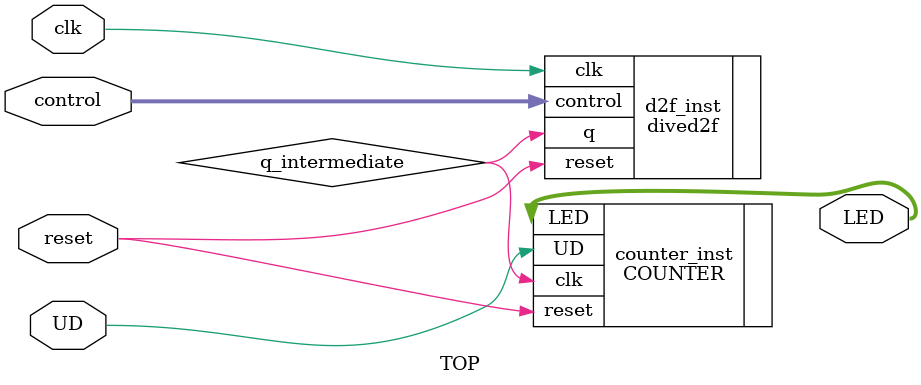
<source format=v>
`timescale 1ns / 1ps
module TOP(
    input clk,
    input reset,
    input [1:0] control,
    input UD,
    output [7:0] LED
);

wire q_intermediate; // Intermediate wire to connect modules

// Instantiate the dived2f module
dived2f d2f_inst (
    .control(control),
    .reset(reset),
    .clk(clk),
    .q(q_intermediate)
);

// Instantiate the COUNTER module
COUNTER counter_inst (
    .clk(q_intermediate),
    .reset(reset),
    .UD(UD),
    .LED(LED)
);

// Assign q directly


endmodule

</source>
